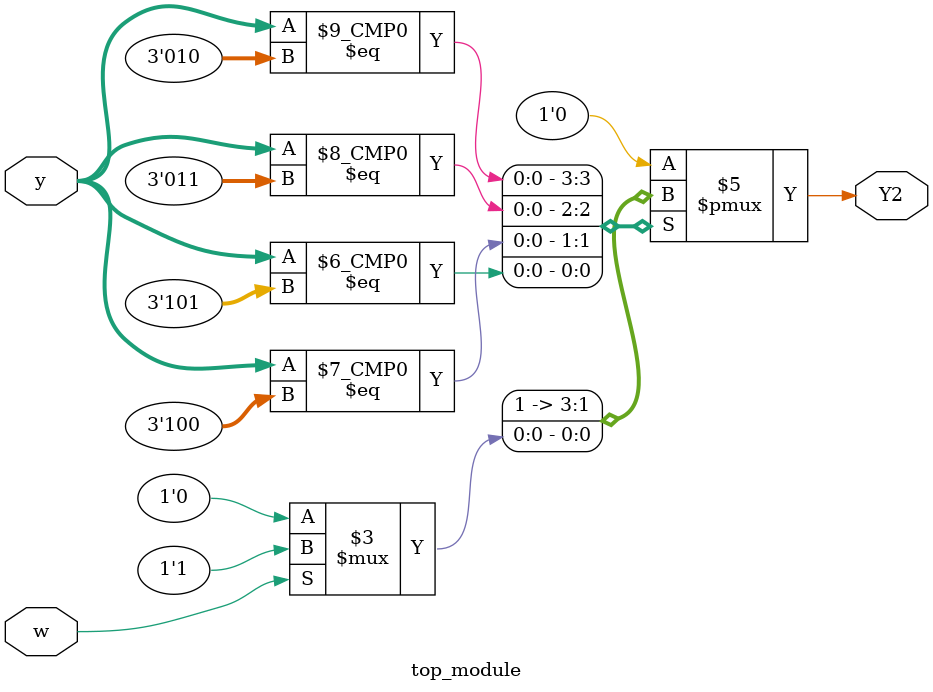
<source format=sv>
module top_module(
    input [3:1] y,
    input w,
    output reg Y2);

    // Define the states
    parameter A = 3'b000;
    parameter B = 3'b001;
    parameter C = 3'b010;
    parameter D = 3'b011;
    parameter E = 3'b100;
    parameter F = 3'b101;

    always @(*) begin
        case (y)
            A: Y2 = 1'b0;
            B: Y2 = 1'b0;
            C: Y2 = 1'b1;
            D: Y2 = 1'b1;
            E: Y2 = w ? 1'b1 : 1'b1; // State E's Y2 is always 1, which output is exclusive effect of input w 
            F: Y2 = w ? 1'b1 : 1'b0; // state F's Y2 determination 
            default: Y2 = 1'b0; // default case should never be hit
        endcase
    end

endmodule

</source>
